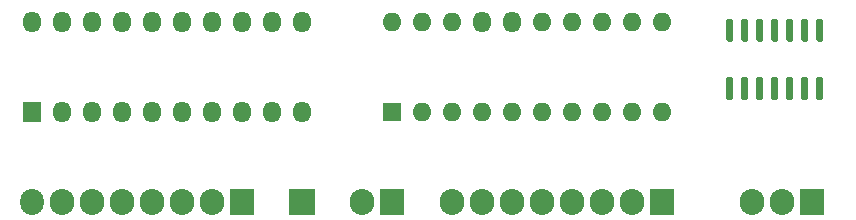
<source format=gbr>
%TF.GenerationSoftware,KiCad,Pcbnew,(5.1.8)-1*%
%TF.CreationDate,2025-01-30T23:00:43+03:00*%
%TF.ProjectId,Reg,5265672e-6b69-4636-9164-5f7063625858,rev?*%
%TF.SameCoordinates,Original*%
%TF.FileFunction,Soldermask,Bot*%
%TF.FilePolarity,Negative*%
%FSLAX46Y46*%
G04 Gerber Fmt 4.6, Leading zero omitted, Abs format (unit mm)*
G04 Created by KiCad (PCBNEW (5.1.8)-1) date 2025-01-30 23:00:43*
%MOMM*%
%LPD*%
G01*
G04 APERTURE LIST*
%ADD10R,2.200000X2.200000*%
%ADD11O,1.500000X1.800000*%
%ADD12R,1.500000X1.800000*%
%ADD13O,1.600000X1.600000*%
%ADD14R,1.600000X1.600000*%
%ADD15R,2.100000X2.200000*%
%ADD16O,2.100000X2.200000*%
%ADD17O,2.000000X2.200000*%
G04 APERTURE END LIST*
D10*
%TO.C,J5*%
X76200000Y-53340000D03*
%TD*%
D11*
%TO.C,U1*%
X53340000Y-38100000D03*
X76200000Y-45720000D03*
X55880000Y-38100000D03*
X73660000Y-45720000D03*
X58420000Y-38100000D03*
X71120000Y-45720000D03*
X60960000Y-38100000D03*
X68580000Y-45720000D03*
X63500000Y-38100000D03*
X66040000Y-45720000D03*
X66040000Y-38100000D03*
X63500000Y-45720000D03*
X68580000Y-38100000D03*
X60960000Y-45720000D03*
X71120000Y-38100000D03*
X58420000Y-45720000D03*
X73660000Y-38100000D03*
X55880000Y-45720000D03*
X76200000Y-38100000D03*
D12*
X53340000Y-45720000D03*
%TD*%
D13*
%TO.C,U2*%
X83820000Y-38100000D03*
X106680000Y-45720000D03*
X86360000Y-38100000D03*
X104140000Y-45720000D03*
X88900000Y-38100000D03*
X101600000Y-45720000D03*
D11*
X91440000Y-38100000D03*
D13*
X99060000Y-45720000D03*
D11*
X93980000Y-38100000D03*
D13*
X96520000Y-45720000D03*
X96520000Y-38100000D03*
X93980000Y-45720000D03*
X99060000Y-38100000D03*
X91440000Y-45720000D03*
X101600000Y-38100000D03*
X88900000Y-45720000D03*
X104140000Y-38100000D03*
X86360000Y-45720000D03*
X106680000Y-38100000D03*
D14*
X83820000Y-45720000D03*
%TD*%
D15*
%TO.C,J1*%
X71120000Y-53340000D03*
D16*
X68580000Y-53340000D03*
X66040000Y-53340000D03*
X63500000Y-53340000D03*
X60960000Y-53340000D03*
X58420000Y-53340000D03*
X55880000Y-53340000D03*
D17*
X53340000Y-53340000D03*
%TD*%
D16*
%TO.C,J2*%
X88900000Y-53340000D03*
X91440000Y-53340000D03*
X93980000Y-53340000D03*
X96520000Y-53340000D03*
X99060000Y-53340000D03*
X101600000Y-53340000D03*
X104140000Y-53340000D03*
D15*
X106680000Y-53340000D03*
%TD*%
%TO.C,J3*%
X83820000Y-53340000D03*
D16*
X81280000Y-53340000D03*
%TD*%
D15*
%TO.C,J4*%
X119380000Y-53340000D03*
D16*
X116840000Y-53340000D03*
X114300000Y-53340000D03*
%TD*%
%TO.C,U3*%
G36*
G01*
X112245000Y-37825000D02*
X112545000Y-37825000D01*
G75*
G02*
X112695000Y-37975000I0J-150000D01*
G01*
X112695000Y-39625000D01*
G75*
G02*
X112545000Y-39775000I-150000J0D01*
G01*
X112245000Y-39775000D01*
G75*
G02*
X112095000Y-39625000I0J150000D01*
G01*
X112095000Y-37975000D01*
G75*
G02*
X112245000Y-37825000I150000J0D01*
G01*
G37*
G36*
G01*
X113515000Y-37825000D02*
X113815000Y-37825000D01*
G75*
G02*
X113965000Y-37975000I0J-150000D01*
G01*
X113965000Y-39625000D01*
G75*
G02*
X113815000Y-39775000I-150000J0D01*
G01*
X113515000Y-39775000D01*
G75*
G02*
X113365000Y-39625000I0J150000D01*
G01*
X113365000Y-37975000D01*
G75*
G02*
X113515000Y-37825000I150000J0D01*
G01*
G37*
G36*
G01*
X114785000Y-37825000D02*
X115085000Y-37825000D01*
G75*
G02*
X115235000Y-37975000I0J-150000D01*
G01*
X115235000Y-39625000D01*
G75*
G02*
X115085000Y-39775000I-150000J0D01*
G01*
X114785000Y-39775000D01*
G75*
G02*
X114635000Y-39625000I0J150000D01*
G01*
X114635000Y-37975000D01*
G75*
G02*
X114785000Y-37825000I150000J0D01*
G01*
G37*
G36*
G01*
X116055000Y-37825000D02*
X116355000Y-37825000D01*
G75*
G02*
X116505000Y-37975000I0J-150000D01*
G01*
X116505000Y-39625000D01*
G75*
G02*
X116355000Y-39775000I-150000J0D01*
G01*
X116055000Y-39775000D01*
G75*
G02*
X115905000Y-39625000I0J150000D01*
G01*
X115905000Y-37975000D01*
G75*
G02*
X116055000Y-37825000I150000J0D01*
G01*
G37*
G36*
G01*
X117325000Y-37825000D02*
X117625000Y-37825000D01*
G75*
G02*
X117775000Y-37975000I0J-150000D01*
G01*
X117775000Y-39625000D01*
G75*
G02*
X117625000Y-39775000I-150000J0D01*
G01*
X117325000Y-39775000D01*
G75*
G02*
X117175000Y-39625000I0J150000D01*
G01*
X117175000Y-37975000D01*
G75*
G02*
X117325000Y-37825000I150000J0D01*
G01*
G37*
G36*
G01*
X118595000Y-37825000D02*
X118895000Y-37825000D01*
G75*
G02*
X119045000Y-37975000I0J-150000D01*
G01*
X119045000Y-39625000D01*
G75*
G02*
X118895000Y-39775000I-150000J0D01*
G01*
X118595000Y-39775000D01*
G75*
G02*
X118445000Y-39625000I0J150000D01*
G01*
X118445000Y-37975000D01*
G75*
G02*
X118595000Y-37825000I150000J0D01*
G01*
G37*
G36*
G01*
X119865000Y-37825000D02*
X120165000Y-37825000D01*
G75*
G02*
X120315000Y-37975000I0J-150000D01*
G01*
X120315000Y-39625000D01*
G75*
G02*
X120165000Y-39775000I-150000J0D01*
G01*
X119865000Y-39775000D01*
G75*
G02*
X119715000Y-39625000I0J150000D01*
G01*
X119715000Y-37975000D01*
G75*
G02*
X119865000Y-37825000I150000J0D01*
G01*
G37*
G36*
G01*
X119865000Y-42775000D02*
X120165000Y-42775000D01*
G75*
G02*
X120315000Y-42925000I0J-150000D01*
G01*
X120315000Y-44575000D01*
G75*
G02*
X120165000Y-44725000I-150000J0D01*
G01*
X119865000Y-44725000D01*
G75*
G02*
X119715000Y-44575000I0J150000D01*
G01*
X119715000Y-42925000D01*
G75*
G02*
X119865000Y-42775000I150000J0D01*
G01*
G37*
G36*
G01*
X118595000Y-42775000D02*
X118895000Y-42775000D01*
G75*
G02*
X119045000Y-42925000I0J-150000D01*
G01*
X119045000Y-44575000D01*
G75*
G02*
X118895000Y-44725000I-150000J0D01*
G01*
X118595000Y-44725000D01*
G75*
G02*
X118445000Y-44575000I0J150000D01*
G01*
X118445000Y-42925000D01*
G75*
G02*
X118595000Y-42775000I150000J0D01*
G01*
G37*
G36*
G01*
X117325000Y-42775000D02*
X117625000Y-42775000D01*
G75*
G02*
X117775000Y-42925000I0J-150000D01*
G01*
X117775000Y-44575000D01*
G75*
G02*
X117625000Y-44725000I-150000J0D01*
G01*
X117325000Y-44725000D01*
G75*
G02*
X117175000Y-44575000I0J150000D01*
G01*
X117175000Y-42925000D01*
G75*
G02*
X117325000Y-42775000I150000J0D01*
G01*
G37*
G36*
G01*
X116055000Y-42775000D02*
X116355000Y-42775000D01*
G75*
G02*
X116505000Y-42925000I0J-150000D01*
G01*
X116505000Y-44575000D01*
G75*
G02*
X116355000Y-44725000I-150000J0D01*
G01*
X116055000Y-44725000D01*
G75*
G02*
X115905000Y-44575000I0J150000D01*
G01*
X115905000Y-42925000D01*
G75*
G02*
X116055000Y-42775000I150000J0D01*
G01*
G37*
G36*
G01*
X114785000Y-42775000D02*
X115085000Y-42775000D01*
G75*
G02*
X115235000Y-42925000I0J-150000D01*
G01*
X115235000Y-44575000D01*
G75*
G02*
X115085000Y-44725000I-150000J0D01*
G01*
X114785000Y-44725000D01*
G75*
G02*
X114635000Y-44575000I0J150000D01*
G01*
X114635000Y-42925000D01*
G75*
G02*
X114785000Y-42775000I150000J0D01*
G01*
G37*
G36*
G01*
X113515000Y-42775000D02*
X113815000Y-42775000D01*
G75*
G02*
X113965000Y-42925000I0J-150000D01*
G01*
X113965000Y-44575000D01*
G75*
G02*
X113815000Y-44725000I-150000J0D01*
G01*
X113515000Y-44725000D01*
G75*
G02*
X113365000Y-44575000I0J150000D01*
G01*
X113365000Y-42925000D01*
G75*
G02*
X113515000Y-42775000I150000J0D01*
G01*
G37*
G36*
G01*
X112245000Y-42775000D02*
X112545000Y-42775000D01*
G75*
G02*
X112695000Y-42925000I0J-150000D01*
G01*
X112695000Y-44575000D01*
G75*
G02*
X112545000Y-44725000I-150000J0D01*
G01*
X112245000Y-44725000D01*
G75*
G02*
X112095000Y-44575000I0J150000D01*
G01*
X112095000Y-42925000D01*
G75*
G02*
X112245000Y-42775000I150000J0D01*
G01*
G37*
%TD*%
M02*

</source>
